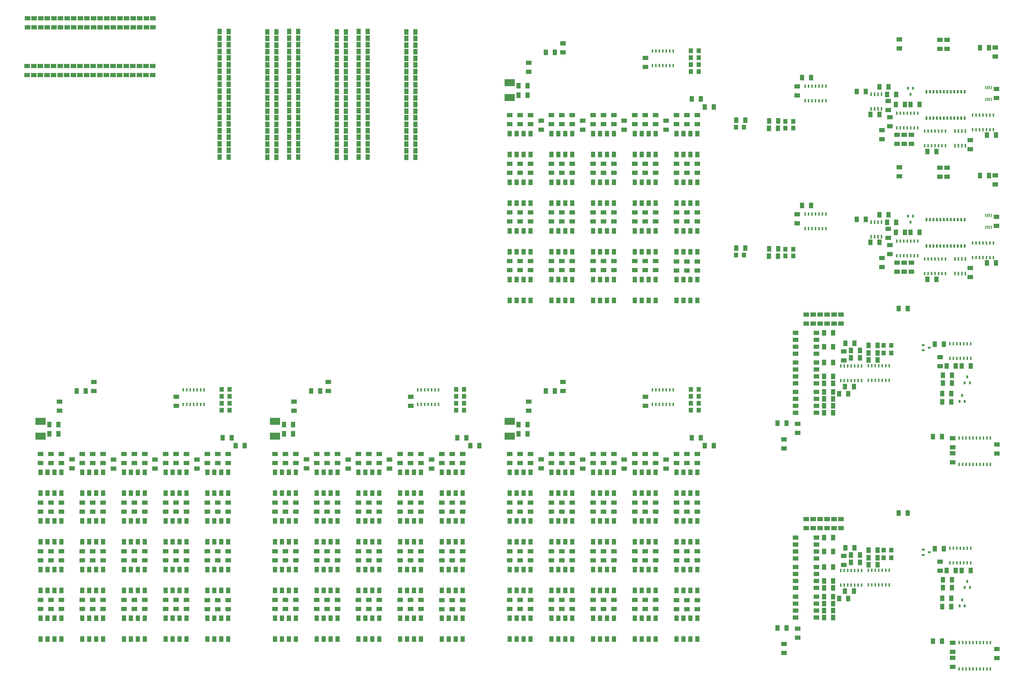
<source format=gtp>
G75*
G70*
%OFA0B0*%
%FSLAX25Y25*%
%IPPOS*%
%LPD*%
%AMOC8*
5,1,8,0,0,1.08239X$1,22.5*
%
%ADD100R,0.02000X0.04500*%
%ADD104C,0.00591*%
%ADD113R,0.03940X0.03150*%
%ADD115R,0.08000X0.06000*%
%ADD32R,0.14760X0.10040*%
%ADD36R,0.02360X0.05510*%
%ADD37R,0.01500X0.05000*%
%ADD55R,0.02000X0.05000*%
%ADD81R,0.03000X0.05000*%
%ADD85R,0.06000X0.08000*%
%ADD89R,0.03150X0.03940*%
%ADD90R,0.06290X0.07090*%
X0010000Y0010000D02*
G01*
D104*
D115*
X0050620Y0354630D03*
X0050620Y0341630D03*
X0065620Y0271630D03*
X0065620Y0284630D03*
X0050620Y0144630D03*
X0050620Y0131630D03*
X0035620Y0144630D03*
X0035620Y0131630D03*
X0125620Y0271630D03*
X0125620Y0284630D03*
X0125620Y0201630D03*
X0125620Y0214630D03*
X0095620Y0144630D03*
X0095620Y0131630D03*
X0035620Y0284630D03*
X0035620Y0271630D03*
X0065620Y0131630D03*
X0065620Y0144630D03*
X0065620Y0201630D03*
X0065620Y0214630D03*
X0035620Y0354630D03*
X0035620Y0341630D03*
X0290620Y0214630D03*
X0290620Y0201630D03*
X0290620Y0284630D03*
X0290620Y0271630D03*
X0035620Y0214630D03*
X0035620Y0201630D03*
X0050620Y0284630D03*
X0050620Y0271630D03*
X0050620Y0214630D03*
X0050620Y0201630D03*
X0110620Y0214630D03*
X0110620Y0201630D03*
X0170620Y0214630D03*
X0170620Y0201630D03*
X0170620Y0284630D03*
X0170620Y0271630D03*
X0230620Y0284630D03*
X0230620Y0271630D03*
X0230620Y0214630D03*
X0230620Y0201630D03*
X0110620Y0284630D03*
X0110620Y0271630D03*
X0170620Y0354630D03*
X0170620Y0341630D03*
X0155620Y0144630D03*
X0155620Y0131630D03*
X0245620Y0201630D03*
X0245620Y0214630D03*
X0245620Y0271630D03*
X0245620Y0284630D03*
X0245620Y0341630D03*
X0245620Y0354630D03*
X0275620Y0354630D03*
X0275620Y0341630D03*
X0305620Y0131130D03*
X0305620Y0144130D03*
X0275620Y0284630D03*
X0275620Y0271630D03*
X0290620Y0144130D03*
X0290620Y0131130D03*
X0215620Y0284630D03*
X0215620Y0271630D03*
X0215620Y0214630D03*
X0215620Y0201630D03*
X0185620Y0341630D03*
X0185620Y0354630D03*
X0185620Y0201630D03*
X0185620Y0214630D03*
X0230620Y0144630D03*
X0230620Y0131630D03*
X0215620Y0144630D03*
X0215620Y0131630D03*
X0185620Y0271630D03*
X0185620Y0284630D03*
X0215620Y0354630D03*
X0215620Y0341630D03*
X0245620Y0131630D03*
X0245620Y0144630D03*
X0230620Y0354630D03*
X0230620Y0341630D03*
X0275620Y0214630D03*
X0275620Y0201630D03*
X0290620Y0354630D03*
X0290620Y0341630D03*
X0275620Y0144130D03*
X0275620Y0131130D03*
X0305620Y0201630D03*
X0305620Y0214630D03*
X0305620Y0341630D03*
X0305620Y0354630D03*
X0305620Y0271630D03*
X0305620Y0284630D03*
X0110620Y0144630D03*
X0110620Y0131630D03*
X0095620Y0354630D03*
X0095620Y0341630D03*
X0065620Y0341630D03*
X0065620Y0354630D03*
X0170620Y0144630D03*
X0170620Y0131630D03*
X0155620Y0284630D03*
X0155620Y0271630D03*
X0095620Y0214630D03*
X0095620Y0201630D03*
X0095620Y0284630D03*
X0095620Y0271630D03*
X0110620Y0354630D03*
X0110620Y0341630D03*
X0185620Y0131630D03*
X0185620Y0144630D03*
X0155620Y0214630D03*
X0155620Y0201630D03*
X0155620Y0354630D03*
X0155620Y0341630D03*
X0125620Y0341630D03*
X0125620Y0354630D03*
X0125620Y0131630D03*
X0125620Y0144630D03*
D85*
X0125620Y0328130D03*
X0115620Y0328130D03*
X0105620Y0328130D03*
X0095620Y0328130D03*
X0095620Y0298130D03*
X0105620Y0298130D03*
X0115620Y0298130D03*
X0125620Y0298130D03*
X0065620Y0188130D03*
X0055620Y0188130D03*
X0045620Y0188130D03*
X0035620Y0188130D03*
X0035620Y0158130D03*
X0045620Y0158130D03*
X0055620Y0158130D03*
X0065620Y0158130D03*
X0185620Y0118130D03*
X0175620Y0118130D03*
X0165620Y0118130D03*
X0155620Y0118130D03*
X0155620Y0088130D03*
X0165620Y0088130D03*
X0175620Y0088130D03*
X0185620Y0088130D03*
X0245620Y0328130D03*
X0235620Y0328130D03*
X0225620Y0328130D03*
X0215620Y0328130D03*
X0215620Y0298130D03*
X0225620Y0298130D03*
X0235620Y0298130D03*
X0245620Y0298130D03*
X0185620Y0328130D03*
X0175620Y0328130D03*
X0165620Y0328130D03*
X0155620Y0328130D03*
X0155620Y0298130D03*
X0165620Y0298130D03*
X0175620Y0298130D03*
X0185620Y0298130D03*
X0065620Y0258130D03*
X0055620Y0258130D03*
X0045620Y0258130D03*
X0035620Y0258130D03*
X0035620Y0228130D03*
X0045620Y0228130D03*
X0055620Y0228130D03*
X0065620Y0228130D03*
X0185620Y0188130D03*
X0175620Y0188130D03*
X0165620Y0188130D03*
X0155620Y0188130D03*
X0155620Y0158130D03*
X0165620Y0158130D03*
X0175620Y0158130D03*
X0185620Y0158130D03*
X0065620Y0328130D03*
X0055620Y0328130D03*
X0045620Y0328130D03*
X0035620Y0328130D03*
X0035620Y0298130D03*
X0045620Y0298130D03*
X0055620Y0298130D03*
X0065620Y0298130D03*
X0245620Y0188130D03*
X0235620Y0188130D03*
X0225620Y0188130D03*
X0215620Y0188130D03*
X0215620Y0158130D03*
X0225620Y0158130D03*
X0235620Y0158130D03*
X0245620Y0158130D03*
X0245620Y0118130D03*
X0235620Y0118130D03*
X0225620Y0118130D03*
X0215620Y0118130D03*
X0215620Y0088130D03*
X0225620Y0088130D03*
X0235620Y0088130D03*
X0245620Y0088130D03*
X0305620Y0118130D03*
X0295620Y0118130D03*
X0285620Y0118130D03*
X0275620Y0118130D03*
X0275620Y0088130D03*
X0285620Y0088130D03*
X0295620Y0088130D03*
X0305620Y0088130D03*
X0245620Y0258130D03*
X0235620Y0258130D03*
X0225620Y0258130D03*
X0215620Y0258130D03*
X0215620Y0228130D03*
X0225620Y0228130D03*
X0235620Y0228130D03*
X0245620Y0228130D03*
X0125620Y0188130D03*
X0115620Y0188130D03*
X0105620Y0188130D03*
X0095620Y0188130D03*
X0095620Y0158130D03*
X0105620Y0158130D03*
X0115620Y0158130D03*
X0125620Y0158130D03*
X0305620Y0328130D03*
X0295620Y0328130D03*
X0285620Y0328130D03*
X0275620Y0328130D03*
X0275620Y0298130D03*
X0285620Y0298130D03*
X0295620Y0298130D03*
X0305620Y0298130D03*
X0125620Y0258130D03*
X0115620Y0258130D03*
X0105620Y0258130D03*
X0095620Y0258130D03*
X0095620Y0228130D03*
X0105620Y0228130D03*
X0115620Y0228130D03*
X0125620Y0228130D03*
X0305620Y0258130D03*
X0295620Y0258130D03*
X0285620Y0258130D03*
X0275620Y0258130D03*
X0275620Y0228130D03*
X0285620Y0228130D03*
X0295620Y0228130D03*
X0305620Y0228130D03*
X0125620Y0118130D03*
X0115620Y0118130D03*
X0105620Y0118130D03*
X0095620Y0118130D03*
X0095620Y0088130D03*
X0105620Y0088130D03*
X0115620Y0088130D03*
X0125620Y0088130D03*
X0305620Y0188130D03*
X0295620Y0188130D03*
X0285620Y0188130D03*
X0275620Y0188130D03*
X0275620Y0158130D03*
X0285620Y0158130D03*
X0295620Y0158130D03*
X0305620Y0158130D03*
X0185620Y0258130D03*
X0175620Y0258130D03*
X0165620Y0258130D03*
X0155620Y0258130D03*
X0155620Y0228130D03*
X0165620Y0228130D03*
X0175620Y0228130D03*
X0185620Y0228130D03*
X0065620Y0118130D03*
X0055620Y0118130D03*
X0045620Y0118130D03*
X0035620Y0118130D03*
X0035620Y0088130D03*
X0045620Y0088130D03*
X0055620Y0088130D03*
X0065620Y0088130D03*
X0100620Y0445130D03*
X0087620Y0445130D03*
X0297750Y0378000D03*
X0310750Y0378000D03*
D32*
X0035620Y0401510D03*
X0035620Y0380250D03*
D100*
X0271000Y0447000D03*
X0266000Y0447000D03*
X0261000Y0447000D03*
X0256000Y0447000D03*
X0251000Y0447000D03*
X0246000Y0447000D03*
X0241000Y0447000D03*
X0241000Y0426000D03*
X0246000Y0426000D03*
X0251000Y0426000D03*
X0256000Y0426000D03*
X0261000Y0426000D03*
X0266000Y0426000D03*
X0271000Y0426000D03*
D115*
X0231000Y0424000D03*
X0231000Y0437000D03*
D90*
X0307590Y0437500D03*
X0296410Y0437500D03*
X0307590Y0427500D03*
X0296410Y0427500D03*
D115*
X0112300Y0458100D03*
X0112300Y0445100D03*
X0140900Y0346700D03*
X0140900Y0333700D03*
X0063000Y0417000D03*
X0063000Y0430000D03*
D85*
X0048500Y0383500D03*
X0061500Y0383500D03*
X0316500Y0366500D03*
X0329500Y0366500D03*
D115*
X0260850Y0346600D03*
X0260850Y0333600D03*
D85*
X0048500Y0397000D03*
X0061500Y0397000D03*
D115*
X0200400Y0346700D03*
X0200400Y0333700D03*
X0081050Y0346850D03*
X0081050Y0333850D03*
D90*
X0307590Y0417500D03*
X0296410Y0417500D03*
X0307590Y0447500D03*
X0296410Y0447500D03*
X0010000Y0497500D02*
G01*
D104*
X0287500Y0497500D02*
G01*
D104*
X0287500Y0775000D02*
G01*
D104*
D85*
X0306500Y0848500D03*
X0293500Y0848500D03*
X0306500Y0915000D03*
X0293500Y0915000D03*
X0362000Y0914500D03*
X0375000Y0914500D03*
X0306500Y0905500D03*
X0293500Y0905500D03*
X0362000Y0905000D03*
X0375000Y0905000D03*
X0306500Y0896000D03*
X0293500Y0896000D03*
X0362000Y0895500D03*
X0375000Y0895500D03*
X0306500Y0886500D03*
X0293500Y0886500D03*
X0362000Y0886000D03*
X0375000Y0886000D03*
X0306500Y0877000D03*
X0293500Y0877000D03*
X0362000Y0876500D03*
X0375000Y0876500D03*
X0306500Y0867500D03*
X0293500Y0867500D03*
X0362000Y0867000D03*
X0375000Y0867000D03*
X0306500Y0858000D03*
X0293500Y0858000D03*
X0362000Y0857500D03*
X0375000Y0857500D03*
X0362000Y0924000D03*
X0375000Y0924000D03*
X0362000Y0848000D03*
X0375000Y0848000D03*
X0306500Y0839000D03*
X0293500Y0839000D03*
X0362000Y0838500D03*
X0375000Y0838500D03*
X0306500Y0829500D03*
X0293500Y0829500D03*
X0362000Y0829000D03*
X0375000Y0829000D03*
X0306500Y0820000D03*
X0293500Y0820000D03*
X0362000Y0819500D03*
X0375000Y0819500D03*
X0306500Y0810500D03*
X0293500Y0810500D03*
X0362000Y0810000D03*
X0375000Y0810000D03*
X0306500Y0801000D03*
X0293500Y0801000D03*
X0362000Y0800500D03*
X0375000Y0800500D03*
X0306500Y0791500D03*
X0293500Y0791500D03*
X0362000Y0791000D03*
X0375000Y0791000D03*
X0306500Y0782000D03*
X0293500Y0782000D03*
X0362000Y0781500D03*
X0375000Y0781500D03*
X0306500Y0962500D03*
X0293500Y0962500D03*
X0362000Y0962000D03*
X0375000Y0962000D03*
X0306500Y0953000D03*
X0293500Y0953000D03*
X0362000Y0952500D03*
X0375000Y0952500D03*
X0306500Y0943500D03*
X0293500Y0943500D03*
X0362000Y0943000D03*
X0375000Y0943000D03*
X0306500Y0934000D03*
X0293500Y0934000D03*
X0362000Y0933500D03*
X0375000Y0933500D03*
X0306500Y0924500D03*
X0293500Y0924500D03*
X0347500Y0010000D02*
G01*
D104*
D115*
X0388120Y0354630D03*
X0388120Y0341630D03*
X0403120Y0271630D03*
X0403120Y0284630D03*
X0388120Y0144630D03*
X0388120Y0131630D03*
X0373120Y0144630D03*
X0373120Y0131630D03*
X0463120Y0271630D03*
X0463120Y0284630D03*
X0463120Y0201630D03*
X0463120Y0214630D03*
X0433120Y0144630D03*
X0433120Y0131630D03*
X0373120Y0284630D03*
X0373120Y0271630D03*
X0403120Y0131630D03*
X0403120Y0144630D03*
X0403120Y0201630D03*
X0403120Y0214630D03*
X0373120Y0354630D03*
X0373120Y0341630D03*
X0628120Y0214630D03*
X0628120Y0201630D03*
X0628120Y0284630D03*
X0628120Y0271630D03*
X0373120Y0214630D03*
X0373120Y0201630D03*
X0388120Y0284630D03*
X0388120Y0271630D03*
X0388120Y0214630D03*
X0388120Y0201630D03*
X0448120Y0214630D03*
X0448120Y0201630D03*
X0508120Y0214630D03*
X0508120Y0201630D03*
X0508120Y0284630D03*
X0508120Y0271630D03*
X0568120Y0284630D03*
X0568120Y0271630D03*
X0568120Y0214630D03*
X0568120Y0201630D03*
X0448120Y0284630D03*
X0448120Y0271630D03*
X0508120Y0354630D03*
X0508120Y0341630D03*
X0493120Y0144630D03*
X0493120Y0131630D03*
X0583120Y0201630D03*
X0583120Y0214630D03*
X0583120Y0271630D03*
X0583120Y0284630D03*
X0583120Y0341630D03*
X0583120Y0354630D03*
X0613120Y0354630D03*
X0613120Y0341630D03*
X0643120Y0131130D03*
X0643120Y0144130D03*
X0613120Y0284630D03*
X0613120Y0271630D03*
X0628120Y0144130D03*
X0628120Y0131130D03*
X0553120Y0284630D03*
X0553120Y0271630D03*
X0553120Y0214630D03*
X0553120Y0201630D03*
X0523120Y0341630D03*
X0523120Y0354630D03*
X0523120Y0201630D03*
X0523120Y0214630D03*
X0568120Y0144630D03*
X0568120Y0131630D03*
X0553120Y0144630D03*
X0553120Y0131630D03*
X0523120Y0271630D03*
X0523120Y0284630D03*
X0553120Y0354630D03*
X0553120Y0341630D03*
X0583120Y0131630D03*
X0583120Y0144630D03*
X0568120Y0354630D03*
X0568120Y0341630D03*
X0613120Y0214630D03*
X0613120Y0201630D03*
X0628120Y0354630D03*
X0628120Y0341630D03*
X0613120Y0144130D03*
X0613120Y0131130D03*
X0643120Y0201630D03*
X0643120Y0214630D03*
X0643120Y0341630D03*
X0643120Y0354630D03*
X0643120Y0271630D03*
X0643120Y0284630D03*
X0448120Y0144630D03*
X0448120Y0131630D03*
X0433120Y0354630D03*
X0433120Y0341630D03*
X0403120Y0341630D03*
X0403120Y0354630D03*
X0508120Y0144630D03*
X0508120Y0131630D03*
X0493120Y0284630D03*
X0493120Y0271630D03*
X0433120Y0214630D03*
X0433120Y0201630D03*
X0433120Y0284630D03*
X0433120Y0271630D03*
X0448120Y0354630D03*
X0448120Y0341630D03*
X0523120Y0131630D03*
X0523120Y0144630D03*
X0493120Y0214630D03*
X0493120Y0201630D03*
X0493120Y0354630D03*
X0493120Y0341630D03*
X0463120Y0341630D03*
X0463120Y0354630D03*
X0463120Y0131630D03*
X0463120Y0144630D03*
D85*
X0463120Y0328130D03*
X0453120Y0328130D03*
X0443120Y0328130D03*
X0433120Y0328130D03*
X0433120Y0298130D03*
X0443120Y0298130D03*
X0453120Y0298130D03*
X0463120Y0298130D03*
X0403120Y0188130D03*
X0393120Y0188130D03*
X0383120Y0188130D03*
X0373120Y0188130D03*
X0373120Y0158130D03*
X0383120Y0158130D03*
X0393120Y0158130D03*
X0403120Y0158130D03*
X0523120Y0118130D03*
X0513120Y0118130D03*
X0503120Y0118130D03*
X0493120Y0118130D03*
X0493120Y0088130D03*
X0503120Y0088130D03*
X0513120Y0088130D03*
X0523120Y0088130D03*
X0583120Y0328130D03*
X0573120Y0328130D03*
X0563120Y0328130D03*
X0553120Y0328130D03*
X0553120Y0298130D03*
X0563120Y0298130D03*
X0573120Y0298130D03*
X0583120Y0298130D03*
X0523120Y0328130D03*
X0513120Y0328130D03*
X0503120Y0328130D03*
X0493120Y0328130D03*
X0493120Y0298130D03*
X0503120Y0298130D03*
X0513120Y0298130D03*
X0523120Y0298130D03*
X0403120Y0258130D03*
X0393120Y0258130D03*
X0383120Y0258130D03*
X0373120Y0258130D03*
X0373120Y0228130D03*
X0383120Y0228130D03*
X0393120Y0228130D03*
X0403120Y0228130D03*
X0523120Y0188130D03*
X0513120Y0188130D03*
X0503120Y0188130D03*
X0493120Y0188130D03*
X0493120Y0158130D03*
X0503120Y0158130D03*
X0513120Y0158130D03*
X0523120Y0158130D03*
X0403120Y0328130D03*
X0393120Y0328130D03*
X0383120Y0328130D03*
X0373120Y0328130D03*
X0373120Y0298130D03*
X0383120Y0298130D03*
X0393120Y0298130D03*
X0403120Y0298130D03*
X0583120Y0188130D03*
X0573120Y0188130D03*
X0563120Y0188130D03*
X0553120Y0188130D03*
X0553120Y0158130D03*
X0563120Y0158130D03*
X0573120Y0158130D03*
X0583120Y0158130D03*
X0583120Y0118130D03*
X0573120Y0118130D03*
X0563120Y0118130D03*
X0553120Y0118130D03*
X0553120Y0088130D03*
X0563120Y0088130D03*
X0573120Y0088130D03*
X0583120Y0088130D03*
X0643120Y0118130D03*
X0633120Y0118130D03*
X0623120Y0118130D03*
X0613120Y0118130D03*
X0613120Y0088130D03*
X0623120Y0088130D03*
X0633120Y0088130D03*
X0643120Y0088130D03*
X0583120Y0258130D03*
X0573120Y0258130D03*
X0563120Y0258130D03*
X0553120Y0258130D03*
X0553120Y0228130D03*
X0563120Y0228130D03*
X0573120Y0228130D03*
X0583120Y0228130D03*
X0463120Y0188130D03*
X0453120Y0188130D03*
X0443120Y0188130D03*
X0433120Y0188130D03*
X0433120Y0158130D03*
X0443120Y0158130D03*
X0453120Y0158130D03*
X0463120Y0158130D03*
X0643120Y0328130D03*
X0633120Y0328130D03*
X0623120Y0328130D03*
X0613120Y0328130D03*
X0613120Y0298130D03*
X0623120Y0298130D03*
X0633120Y0298130D03*
X0643120Y0298130D03*
X0463120Y0258130D03*
X0453120Y0258130D03*
X0443120Y0258130D03*
X0433120Y0258130D03*
X0433120Y0228130D03*
X0443120Y0228130D03*
X0453120Y0228130D03*
X0463120Y0228130D03*
X0643120Y0258130D03*
X0633120Y0258130D03*
X0623120Y0258130D03*
X0613120Y0258130D03*
X0613120Y0228130D03*
X0623120Y0228130D03*
X0633120Y0228130D03*
X0643120Y0228130D03*
X0463120Y0118130D03*
X0453120Y0118130D03*
X0443120Y0118130D03*
X0433120Y0118130D03*
X0433120Y0088130D03*
X0443120Y0088130D03*
X0453120Y0088130D03*
X0463120Y0088130D03*
X0643120Y0188130D03*
X0633120Y0188130D03*
X0623120Y0188130D03*
X0613120Y0188130D03*
X0613120Y0158130D03*
X0623120Y0158130D03*
X0633120Y0158130D03*
X0643120Y0158130D03*
X0523120Y0258130D03*
X0513120Y0258130D03*
X0503120Y0258130D03*
X0493120Y0258130D03*
X0493120Y0228130D03*
X0503120Y0228130D03*
X0513120Y0228130D03*
X0523120Y0228130D03*
X0403120Y0118130D03*
X0393120Y0118130D03*
X0383120Y0118130D03*
X0373120Y0118130D03*
X0373120Y0088130D03*
X0383120Y0088130D03*
X0393120Y0088130D03*
X0403120Y0088130D03*
X0438120Y0445130D03*
X0425120Y0445130D03*
X0635250Y0378000D03*
X0648250Y0378000D03*
D32*
X0373120Y0401510D03*
X0373120Y0380250D03*
D100*
X0608500Y0447000D03*
X0603500Y0447000D03*
X0598500Y0447000D03*
X0593500Y0447000D03*
X0588500Y0447000D03*
X0583500Y0447000D03*
X0578500Y0447000D03*
X0578500Y0426000D03*
X0583500Y0426000D03*
X0588500Y0426000D03*
X0593500Y0426000D03*
X0598500Y0426000D03*
X0603500Y0426000D03*
X0608500Y0426000D03*
D115*
X0568500Y0424000D03*
X0568500Y0437000D03*
D90*
X0645090Y0437500D03*
X0633910Y0437500D03*
X0645090Y0427500D03*
X0633910Y0427500D03*
D115*
X0449800Y0458100D03*
X0449800Y0445100D03*
X0478400Y0346700D03*
X0478400Y0333700D03*
X0400500Y0417000D03*
X0400500Y0430000D03*
D85*
X0386000Y0383500D03*
X0399000Y0383500D03*
X0654000Y0366500D03*
X0667000Y0366500D03*
D115*
X0598350Y0346600D03*
X0598350Y0333600D03*
D85*
X0386000Y0397000D03*
X0399000Y0397000D03*
D115*
X0537900Y0346700D03*
X0537900Y0333700D03*
X0418550Y0346850D03*
X0418550Y0333850D03*
D90*
X0645090Y0417500D03*
X0633910Y0417500D03*
X0645090Y0447500D03*
X0633910Y0447500D03*
X0387500Y0775000D02*
G01*
D104*
D85*
X0406500Y0848500D03*
X0393500Y0848500D03*
X0406500Y0915000D03*
X0393500Y0915000D03*
X0462000Y0914500D03*
X0475000Y0914500D03*
X0406500Y0905500D03*
X0393500Y0905500D03*
X0462000Y0905000D03*
X0475000Y0905000D03*
X0406500Y0896000D03*
X0393500Y0896000D03*
X0462000Y0895500D03*
X0475000Y0895500D03*
X0406500Y0886500D03*
X0393500Y0886500D03*
X0462000Y0886000D03*
X0475000Y0886000D03*
X0406500Y0877000D03*
X0393500Y0877000D03*
X0462000Y0876500D03*
X0475000Y0876500D03*
X0406500Y0867500D03*
X0393500Y0867500D03*
X0462000Y0867000D03*
X0475000Y0867000D03*
X0406500Y0858000D03*
X0393500Y0858000D03*
X0462000Y0857500D03*
X0475000Y0857500D03*
X0462000Y0924000D03*
X0475000Y0924000D03*
X0462000Y0848000D03*
X0475000Y0848000D03*
X0406500Y0839000D03*
X0393500Y0839000D03*
X0462000Y0838500D03*
X0475000Y0838500D03*
X0406500Y0829500D03*
X0393500Y0829500D03*
X0462000Y0829000D03*
X0475000Y0829000D03*
X0406500Y0820000D03*
X0393500Y0820000D03*
X0462000Y0819500D03*
X0475000Y0819500D03*
X0406500Y0810500D03*
X0393500Y0810500D03*
X0462000Y0810000D03*
X0475000Y0810000D03*
X0406500Y0801000D03*
X0393500Y0801000D03*
X0462000Y0800500D03*
X0475000Y0800500D03*
X0406500Y0791500D03*
X0393500Y0791500D03*
X0462000Y0791000D03*
X0475000Y0791000D03*
X0406500Y0782000D03*
X0393500Y0782000D03*
X0462000Y0781500D03*
X0475000Y0781500D03*
X0406500Y0962500D03*
X0393500Y0962500D03*
X0462000Y0962000D03*
X0475000Y0962000D03*
X0406500Y0953000D03*
X0393500Y0953000D03*
X0462000Y0952500D03*
X0475000Y0952500D03*
X0406500Y0943500D03*
X0393500Y0943500D03*
X0462000Y0943000D03*
X0475000Y0943000D03*
X0406500Y0934000D03*
X0393500Y0934000D03*
X0462000Y0933500D03*
X0475000Y0933500D03*
X0406500Y0924500D03*
X0393500Y0924500D03*
X0685000Y0010000D02*
G01*
D104*
D115*
X0725620Y0354630D03*
X0725620Y0341630D03*
X0740620Y0271630D03*
X0740620Y0284630D03*
X0725620Y0144630D03*
X0725620Y0131630D03*
X0710620Y0144630D03*
X0710620Y0131630D03*
X0800620Y0271630D03*
X0800620Y0284630D03*
X0800620Y0201630D03*
X0800620Y0214630D03*
X0770620Y0144630D03*
X0770620Y0131630D03*
X0710620Y0284630D03*
X0710620Y0271630D03*
X0740620Y0131630D03*
X0740620Y0144630D03*
X0740620Y0201630D03*
X0740620Y0214630D03*
X0710620Y0354630D03*
X0710620Y0341630D03*
X0965620Y0214630D03*
X0965620Y0201630D03*
X0965620Y0284630D03*
X0965620Y0271630D03*
X0710620Y0214630D03*
X0710620Y0201630D03*
X0725620Y0284630D03*
X0725620Y0271630D03*
X0725620Y0214630D03*
X0725620Y0201630D03*
X0785620Y0214630D03*
X0785620Y0201630D03*
X0845620Y0214630D03*
X0845620Y0201630D03*
X0845620Y0284630D03*
X0845620Y0271630D03*
X0905620Y0284630D03*
X0905620Y0271630D03*
X0905620Y0214630D03*
X0905620Y0201630D03*
X0785620Y0284630D03*
X0785620Y0271630D03*
X0845620Y0354630D03*
X0845620Y0341630D03*
X0830620Y0144630D03*
X0830620Y0131630D03*
X0920620Y0201630D03*
X0920620Y0214630D03*
X0920620Y0271630D03*
X0920620Y0284630D03*
X0920620Y0341630D03*
X0920620Y0354630D03*
X0950620Y0354630D03*
X0950620Y0341630D03*
X0980620Y0131130D03*
X0980620Y0144130D03*
X0950620Y0284630D03*
X0950620Y0271630D03*
X0965620Y0144130D03*
X0965620Y0131130D03*
X0890620Y0284630D03*
X0890620Y0271630D03*
X0890620Y0214630D03*
X0890620Y0201630D03*
X0860620Y0341630D03*
X0860620Y0354630D03*
X0860620Y0201630D03*
X0860620Y0214630D03*
X0905620Y0144630D03*
X0905620Y0131630D03*
X0890620Y0144630D03*
X0890620Y0131630D03*
X0860620Y0271630D03*
X0860620Y0284630D03*
X0890620Y0354630D03*
X0890620Y0341630D03*
X0920620Y0131630D03*
X0920620Y0144630D03*
X0905620Y0354630D03*
X0905620Y0341630D03*
X0950620Y0214630D03*
X0950620Y0201630D03*
X0965620Y0354630D03*
X0965620Y0341630D03*
X0950620Y0144130D03*
X0950620Y0131130D03*
X0980620Y0201630D03*
X0980620Y0214630D03*
X0980620Y0341630D03*
X0980620Y0354630D03*
X0980620Y0271630D03*
X0980620Y0284630D03*
X0785620Y0144630D03*
X0785620Y0131630D03*
X0770620Y0354630D03*
X0770620Y0341630D03*
X0740620Y0341630D03*
X0740620Y0354630D03*
X0845620Y0144630D03*
X0845620Y0131630D03*
X0830620Y0284630D03*
X0830620Y0271630D03*
X0770620Y0214630D03*
X0770620Y0201630D03*
X0770620Y0284630D03*
X0770620Y0271630D03*
X0785620Y0354630D03*
X0785620Y0341630D03*
X0860620Y0131630D03*
X0860620Y0144630D03*
X0830620Y0214630D03*
X0830620Y0201630D03*
X0830620Y0354630D03*
X0830620Y0341630D03*
X0800620Y0341630D03*
X0800620Y0354630D03*
X0800620Y0131630D03*
X0800620Y0144630D03*
D85*
X0800620Y0328130D03*
X0790620Y0328130D03*
X0780620Y0328130D03*
X0770620Y0328130D03*
X0770620Y0298130D03*
X0780620Y0298130D03*
X0790620Y0298130D03*
X0800620Y0298130D03*
X0740620Y0188130D03*
X0730620Y0188130D03*
X0720620Y0188130D03*
X0710620Y0188130D03*
X0710620Y0158130D03*
X0720620Y0158130D03*
X0730620Y0158130D03*
X0740620Y0158130D03*
X0860620Y0118130D03*
X0850620Y0118130D03*
X0840620Y0118130D03*
X0830620Y0118130D03*
X0830620Y0088130D03*
X0840620Y0088130D03*
X0850620Y0088130D03*
X0860620Y0088130D03*
X0920620Y0328130D03*
X0910620Y0328130D03*
X0900620Y0328130D03*
X0890620Y0328130D03*
X0890620Y0298130D03*
X0900620Y0298130D03*
X0910620Y0298130D03*
X0920620Y0298130D03*
X0860620Y0328130D03*
X0850620Y0328130D03*
X0840620Y0328130D03*
X0830620Y0328130D03*
X0830620Y0298130D03*
X0840620Y0298130D03*
X0850620Y0298130D03*
X0860620Y0298130D03*
X0740620Y0258130D03*
X0730620Y0258130D03*
X0720620Y0258130D03*
X0710620Y0258130D03*
X0710620Y0228130D03*
X0720620Y0228130D03*
X0730620Y0228130D03*
X0740620Y0228130D03*
X0860620Y0188130D03*
X0850620Y0188130D03*
X0840620Y0188130D03*
X0830620Y0188130D03*
X0830620Y0158130D03*
X0840620Y0158130D03*
X0850620Y0158130D03*
X0860620Y0158130D03*
X0740620Y0328130D03*
X0730620Y0328130D03*
X0720620Y0328130D03*
X0710620Y0328130D03*
X0710620Y0298130D03*
X0720620Y0298130D03*
X0730620Y0298130D03*
X0740620Y0298130D03*
X0920620Y0188130D03*
X0910620Y0188130D03*
X0900620Y0188130D03*
X0890620Y0188130D03*
X0890620Y0158130D03*
X0900620Y0158130D03*
X0910620Y0158130D03*
X0920620Y0158130D03*
X0920620Y0118130D03*
X0910620Y0118130D03*
X0900620Y0118130D03*
X0890620Y0118130D03*
X0890620Y0088130D03*
X0900620Y0088130D03*
X0910620Y0088130D03*
X0920620Y0088130D03*
X0980620Y0118130D03*
X0970620Y0118130D03*
X0960620Y0118130D03*
X0950620Y0118130D03*
X0950620Y0088130D03*
X0960620Y0088130D03*
X0970620Y0088130D03*
X0980620Y0088130D03*
X0920620Y0258130D03*
X0910620Y0258130D03*
X0900620Y0258130D03*
X0890620Y0258130D03*
X0890620Y0228130D03*
X0900620Y0228130D03*
X0910620Y0228130D03*
X0920620Y0228130D03*
X0800620Y0188130D03*
X0790620Y0188130D03*
X0780620Y0188130D03*
X0770620Y0188130D03*
X0770620Y0158130D03*
X0780620Y0158130D03*
X0790620Y0158130D03*
X0800620Y0158130D03*
X0980620Y0328130D03*
X0970620Y0328130D03*
X0960620Y0328130D03*
X0950620Y0328130D03*
X0950620Y0298130D03*
X0960620Y0298130D03*
X0970620Y0298130D03*
X0980620Y0298130D03*
X0800620Y0258130D03*
X0790620Y0258130D03*
X0780620Y0258130D03*
X0770620Y0258130D03*
X0770620Y0228130D03*
X0780620Y0228130D03*
X0790620Y0228130D03*
X0800620Y0228130D03*
X0980620Y0258130D03*
X0970620Y0258130D03*
X0960620Y0258130D03*
X0950620Y0258130D03*
X0950620Y0228130D03*
X0960620Y0228130D03*
X0970620Y0228130D03*
X0980620Y0228130D03*
X0800620Y0118130D03*
X0790620Y0118130D03*
X0780620Y0118130D03*
X0770620Y0118130D03*
X0770620Y0088130D03*
X0780620Y0088130D03*
X0790620Y0088130D03*
X0800620Y0088130D03*
X0980620Y0188130D03*
X0970620Y0188130D03*
X0960620Y0188130D03*
X0950620Y0188130D03*
X0950620Y0158130D03*
X0960620Y0158130D03*
X0970620Y0158130D03*
X0980620Y0158130D03*
X0860620Y0258130D03*
X0850620Y0258130D03*
X0840620Y0258130D03*
X0830620Y0258130D03*
X0830620Y0228130D03*
X0840620Y0228130D03*
X0850620Y0228130D03*
X0860620Y0228130D03*
X0740620Y0118130D03*
X0730620Y0118130D03*
X0720620Y0118130D03*
X0710620Y0118130D03*
X0710620Y0088130D03*
X0720620Y0088130D03*
X0730620Y0088130D03*
X0740620Y0088130D03*
X0775620Y0445130D03*
X0762620Y0445130D03*
X0972750Y0378000D03*
X0985750Y0378000D03*
D32*
X0710620Y0401510D03*
X0710620Y0380250D03*
D100*
X0946000Y0447000D03*
X0941000Y0447000D03*
X0936000Y0447000D03*
X0931000Y0447000D03*
X0926000Y0447000D03*
X0921000Y0447000D03*
X0916000Y0447000D03*
X0916000Y0426000D03*
X0921000Y0426000D03*
X0926000Y0426000D03*
X0931000Y0426000D03*
X0936000Y0426000D03*
X0941000Y0426000D03*
X0946000Y0426000D03*
D115*
X0906000Y0424000D03*
X0906000Y0437000D03*
D90*
X0982590Y0437500D03*
X0971410Y0437500D03*
X0982590Y0427500D03*
X0971410Y0427500D03*
D115*
X0787300Y0458100D03*
X0787300Y0445100D03*
X0815900Y0346700D03*
X0815900Y0333700D03*
X0738000Y0417000D03*
X0738000Y0430000D03*
D85*
X0723500Y0383500D03*
X0736500Y0383500D03*
X0991500Y0366500D03*
X1004500Y0366500D03*
D115*
X0935850Y0346600D03*
X0935850Y0333600D03*
D85*
X0723500Y0397000D03*
X0736500Y0397000D03*
D115*
X0875400Y0346700D03*
X0875400Y0333700D03*
X0756050Y0346850D03*
X0756050Y0333850D03*
D90*
X0982590Y0417500D03*
X0971410Y0417500D03*
X0982590Y0447500D03*
X0971410Y0447500D03*
X0685000Y0497500D02*
G01*
D104*
D115*
X0725620Y0842130D03*
X0725620Y0829130D03*
X0740620Y0759130D03*
X0740620Y0772130D03*
X0725620Y0632130D03*
X0725620Y0619130D03*
X0710620Y0632130D03*
X0710620Y0619130D03*
X0800620Y0759130D03*
X0800620Y0772130D03*
X0800620Y0689130D03*
X0800620Y0702130D03*
X0770620Y0632130D03*
X0770620Y0619130D03*
X0710620Y0772130D03*
X0710620Y0759130D03*
X0740620Y0619130D03*
X0740620Y0632130D03*
X0740620Y0689130D03*
X0740620Y0702130D03*
X0710620Y0842130D03*
X0710620Y0829130D03*
X0965620Y0702130D03*
X0965620Y0689130D03*
X0965620Y0772130D03*
X0965620Y0759130D03*
X0710620Y0702130D03*
X0710620Y0689130D03*
X0725620Y0772130D03*
X0725620Y0759130D03*
X0725620Y0702130D03*
X0725620Y0689130D03*
X0785620Y0702130D03*
X0785620Y0689130D03*
X0845620Y0702130D03*
X0845620Y0689130D03*
X0845620Y0772130D03*
X0845620Y0759130D03*
X0905620Y0772130D03*
X0905620Y0759130D03*
X0905620Y0702130D03*
X0905620Y0689130D03*
X0785620Y0772130D03*
X0785620Y0759130D03*
X0845620Y0842130D03*
X0845620Y0829130D03*
X0830620Y0632130D03*
X0830620Y0619130D03*
X0920620Y0689130D03*
X0920620Y0702130D03*
X0920620Y0759130D03*
X0920620Y0772130D03*
X0920620Y0829130D03*
X0920620Y0842130D03*
X0950620Y0842130D03*
X0950620Y0829130D03*
X0980620Y0618630D03*
X0980620Y0631630D03*
X0950620Y0772130D03*
X0950620Y0759130D03*
X0965620Y0631630D03*
X0965620Y0618630D03*
X0890620Y0772130D03*
X0890620Y0759130D03*
X0890620Y0702130D03*
X0890620Y0689130D03*
X0860620Y0829130D03*
X0860620Y0842130D03*
X0860620Y0689130D03*
X0860620Y0702130D03*
X0905620Y0632130D03*
X0905620Y0619130D03*
X0890620Y0632130D03*
X0890620Y0619130D03*
X0860620Y0759130D03*
X0860620Y0772130D03*
X0890620Y0842130D03*
X0890620Y0829130D03*
X0920620Y0619130D03*
X0920620Y0632130D03*
X0905620Y0842130D03*
X0905620Y0829130D03*
X0950620Y0702130D03*
X0950620Y0689130D03*
X0965620Y0842130D03*
X0965620Y0829130D03*
X0950620Y0631630D03*
X0950620Y0618630D03*
X0980620Y0689130D03*
X0980620Y0702130D03*
X0980620Y0829130D03*
X0980620Y0842130D03*
X0980620Y0759130D03*
X0980620Y0772130D03*
X0785620Y0632130D03*
X0785620Y0619130D03*
X0770620Y0842130D03*
X0770620Y0829130D03*
X0740620Y0829130D03*
X0740620Y0842130D03*
X0845620Y0632130D03*
X0845620Y0619130D03*
X0830620Y0772130D03*
X0830620Y0759130D03*
X0770620Y0702130D03*
X0770620Y0689130D03*
X0770620Y0772130D03*
X0770620Y0759130D03*
X0785620Y0842130D03*
X0785620Y0829130D03*
X0860620Y0619130D03*
X0860620Y0632130D03*
X0830620Y0702130D03*
X0830620Y0689130D03*
X0830620Y0842130D03*
X0830620Y0829130D03*
X0800620Y0829130D03*
X0800620Y0842130D03*
X0800620Y0619130D03*
X0800620Y0632130D03*
D85*
X0800620Y0815630D03*
X0790620Y0815630D03*
X0780620Y0815630D03*
X0770620Y0815630D03*
X0770620Y0785630D03*
X0780620Y0785630D03*
X0790620Y0785630D03*
X0800620Y0785630D03*
X0740620Y0675630D03*
X0730620Y0675630D03*
X0720620Y0675630D03*
X0710620Y0675630D03*
X0710620Y0645630D03*
X0720620Y0645630D03*
X0730620Y0645630D03*
X0740620Y0645630D03*
X0860620Y0605630D03*
X0850620Y0605630D03*
X0840620Y0605630D03*
X0830620Y0605630D03*
X0830620Y0575630D03*
X0840620Y0575630D03*
X0850620Y0575630D03*
X0860620Y0575630D03*
X0920620Y0815630D03*
X0910620Y0815630D03*
X0900620Y0815630D03*
X0890620Y0815630D03*
X0890620Y0785630D03*
X0900620Y0785630D03*
X0910620Y0785630D03*
X0920620Y0785630D03*
X0860620Y0815630D03*
X0850620Y0815630D03*
X0840620Y0815630D03*
X0830620Y0815630D03*
X0830620Y0785630D03*
X0840620Y0785630D03*
X0850620Y0785630D03*
X0860620Y0785630D03*
X0740620Y0745630D03*
X0730620Y0745630D03*
X0720620Y0745630D03*
X0710620Y0745630D03*
X0710620Y0715630D03*
X0720620Y0715630D03*
X0730620Y0715630D03*
X0740620Y0715630D03*
X0860620Y0675630D03*
X0850620Y0675630D03*
X0840620Y0675630D03*
X0830620Y0675630D03*
X0830620Y0645630D03*
X0840620Y0645630D03*
X0850620Y0645630D03*
X0860620Y0645630D03*
X0740620Y0815630D03*
X0730620Y0815630D03*
X0720620Y0815630D03*
X0710620Y0815630D03*
X0710620Y0785630D03*
X0720620Y0785630D03*
X0730620Y0785630D03*
X0740620Y0785630D03*
X0920620Y0675630D03*
X0910620Y0675630D03*
X0900620Y0675630D03*
X0890620Y0675630D03*
X0890620Y0645630D03*
X0900620Y0645630D03*
X0910620Y0645630D03*
X0920620Y0645630D03*
X0920620Y0605630D03*
X0910620Y0605630D03*
X0900620Y0605630D03*
X0890620Y0605630D03*
X0890620Y0575630D03*
X0900620Y0575630D03*
X0910620Y0575630D03*
X0920620Y0575630D03*
X0980620Y0605630D03*
X0970620Y0605630D03*
X0960620Y0605630D03*
X0950620Y0605630D03*
X0950620Y0575630D03*
X0960620Y0575630D03*
X0970620Y0575630D03*
X0980620Y0575630D03*
X0920620Y0745630D03*
X0910620Y0745630D03*
X0900620Y0745630D03*
X0890620Y0745630D03*
X0890620Y0715630D03*
X0900620Y0715630D03*
X0910620Y0715630D03*
X0920620Y0715630D03*
X0800620Y0675630D03*
X0790620Y0675630D03*
X0780620Y0675630D03*
X0770620Y0675630D03*
X0770620Y0645630D03*
X0780620Y0645630D03*
X0790620Y0645630D03*
X0800620Y0645630D03*
X0980620Y0815630D03*
X0970620Y0815630D03*
X0960620Y0815630D03*
X0950620Y0815630D03*
X0950620Y0785630D03*
X0960620Y0785630D03*
X0970620Y0785630D03*
X0980620Y0785630D03*
X0800620Y0745630D03*
X0790620Y0745630D03*
X0780620Y0745630D03*
X0770620Y0745630D03*
X0770620Y0715630D03*
X0780620Y0715630D03*
X0790620Y0715630D03*
X0800620Y0715630D03*
X0980620Y0745630D03*
X0970620Y0745630D03*
X0960620Y0745630D03*
X0950620Y0745630D03*
X0950620Y0715630D03*
X0960620Y0715630D03*
X0970620Y0715630D03*
X0980620Y0715630D03*
X0800620Y0605630D03*
X0790620Y0605630D03*
X0780620Y0605630D03*
X0770620Y0605630D03*
X0770620Y0575630D03*
X0780620Y0575630D03*
X0790620Y0575630D03*
X0800620Y0575630D03*
X0980620Y0675630D03*
X0970620Y0675630D03*
X0960620Y0675630D03*
X0950620Y0675630D03*
X0950620Y0645630D03*
X0960620Y0645630D03*
X0970620Y0645630D03*
X0980620Y0645630D03*
X0860620Y0745630D03*
X0850620Y0745630D03*
X0840620Y0745630D03*
X0830620Y0745630D03*
X0830620Y0715630D03*
X0840620Y0715630D03*
X0850620Y0715630D03*
X0860620Y0715630D03*
X0740620Y0605630D03*
X0730620Y0605630D03*
X0720620Y0605630D03*
X0710620Y0605630D03*
X0710620Y0575630D03*
X0720620Y0575630D03*
X0730620Y0575630D03*
X0740620Y0575630D03*
X0775620Y0932630D03*
X0762620Y0932630D03*
X0972750Y0865500D03*
X0985750Y0865500D03*
D32*
X0710620Y0889010D03*
X0710620Y0867750D03*
D100*
X0946000Y0934500D03*
X0941000Y0934500D03*
X0936000Y0934500D03*
X0931000Y0934500D03*
X0926000Y0934500D03*
X0921000Y0934500D03*
X0916000Y0934500D03*
X0916000Y0913500D03*
X0921000Y0913500D03*
X0926000Y0913500D03*
X0931000Y0913500D03*
X0936000Y0913500D03*
X0941000Y0913500D03*
X0946000Y0913500D03*
D115*
X0906000Y0911500D03*
X0906000Y0924500D03*
D90*
X0982590Y0925000D03*
X0971410Y0925000D03*
X0982590Y0915000D03*
X0971410Y0915000D03*
D115*
X0787300Y0945600D03*
X0787300Y0932600D03*
X0815900Y0834200D03*
X0815900Y0821200D03*
X0738000Y0904500D03*
X0738000Y0917500D03*
D85*
X0723500Y0871000D03*
X0736500Y0871000D03*
X0991500Y0854000D03*
X1004500Y0854000D03*
D115*
X0935850Y0834100D03*
X0935850Y0821100D03*
D85*
X0723500Y0884500D03*
X0736500Y0884500D03*
D115*
X0875400Y0834200D03*
X0875400Y0821200D03*
X0756050Y0834350D03*
X0756050Y0821350D03*
D90*
X0982590Y0905000D03*
X0971410Y0905000D03*
X0982590Y0935000D03*
X0971410Y0935000D03*
X0487500Y0775000D02*
G01*
D104*
D85*
X0506500Y0848500D03*
X0493500Y0848500D03*
X0506500Y0915000D03*
X0493500Y0915000D03*
X0562000Y0914500D03*
X0575000Y0914500D03*
X0506500Y0905500D03*
X0493500Y0905500D03*
X0562000Y0905000D03*
X0575000Y0905000D03*
X0506500Y0896000D03*
X0493500Y0896000D03*
X0562000Y0895500D03*
X0575000Y0895500D03*
X0506500Y0886500D03*
X0493500Y0886500D03*
X0562000Y0886000D03*
X0575000Y0886000D03*
X0506500Y0877000D03*
X0493500Y0877000D03*
X0562000Y0876500D03*
X0575000Y0876500D03*
X0506500Y0867500D03*
X0493500Y0867500D03*
X0562000Y0867000D03*
X0575000Y0867000D03*
X0506500Y0858000D03*
X0493500Y0858000D03*
X0562000Y0857500D03*
X0575000Y0857500D03*
X0562000Y0924000D03*
X0575000Y0924000D03*
X0562000Y0848000D03*
X0575000Y0848000D03*
X0506500Y0839000D03*
X0493500Y0839000D03*
X0562000Y0838500D03*
X0575000Y0838500D03*
X0506500Y0829500D03*
X0493500Y0829500D03*
X0562000Y0829000D03*
X0575000Y0829000D03*
X0506500Y0820000D03*
X0493500Y0820000D03*
X0562000Y0819500D03*
X0575000Y0819500D03*
X0506500Y0810500D03*
X0493500Y0810500D03*
X0562000Y0810000D03*
X0575000Y0810000D03*
X0506500Y0801000D03*
X0493500Y0801000D03*
X0562000Y0800500D03*
X0575000Y0800500D03*
X0506500Y0791500D03*
X0493500Y0791500D03*
X0562000Y0791000D03*
X0575000Y0791000D03*
X0506500Y0782000D03*
X0493500Y0782000D03*
X0562000Y0781500D03*
X0575000Y0781500D03*
X0506500Y0962500D03*
X0493500Y0962500D03*
X0562000Y0962000D03*
X0575000Y0962000D03*
X0506500Y0953000D03*
X0493500Y0953000D03*
X0562000Y0952500D03*
X0575000Y0952500D03*
X0506500Y0943500D03*
X0493500Y0943500D03*
X0562000Y0943000D03*
X0575000Y0943000D03*
X0506500Y0934000D03*
X0493500Y0934000D03*
X0562000Y0933500D03*
X0575000Y0933500D03*
X0506500Y0924500D03*
X0493500Y0924500D03*
X1022500Y0010000D02*
G01*
D104*
D85*
X1333020Y0135050D03*
X1346020Y0135050D03*
X1333020Y0147050D03*
X1346020Y0147050D03*
X1334000Y0173650D03*
X1347000Y0173650D03*
X1334000Y0162150D03*
X1347000Y0162150D03*
D115*
X1167500Y0260900D03*
X1167500Y0247900D03*
D85*
X1176000Y0139400D03*
X1163000Y0139400D03*
X1163000Y0149400D03*
X1176000Y0149400D03*
D115*
X1177500Y0260900D03*
X1177500Y0247900D03*
D85*
X1163000Y0119400D03*
X1176000Y0119400D03*
X1163000Y0129400D03*
X1176000Y0129400D03*
D115*
X1187500Y0260900D03*
X1187500Y0247900D03*
D85*
X1163000Y0171900D03*
X1176000Y0171900D03*
X1227000Y0205400D03*
X1240000Y0205400D03*
X1163000Y0191900D03*
X1176000Y0191900D03*
D115*
X1147500Y0260900D03*
X1147500Y0247900D03*
D85*
X1163000Y0214400D03*
X1176000Y0214400D03*
D115*
X1105250Y0081150D03*
X1105250Y0068150D03*
D90*
X1248660Y0205400D03*
X1259840Y0205400D03*
D85*
X1096000Y0104400D03*
X1109000Y0104400D03*
D90*
X1248660Y0216400D03*
X1259840Y0216400D03*
D85*
X1227000Y0216400D03*
X1240000Y0216400D03*
D100*
X1187000Y0165900D03*
X1192000Y0165900D03*
X1197000Y0165900D03*
X1202000Y0165900D03*
X1207000Y0165900D03*
X1212000Y0165900D03*
X1217000Y0165900D03*
X1217000Y0186900D03*
X1212000Y0186900D03*
X1207000Y0186900D03*
X1202000Y0186900D03*
X1197000Y0186900D03*
X1192000Y0186900D03*
X1187000Y0186900D03*
D115*
X1122000Y0234400D03*
X1122000Y0224400D03*
X1122000Y0214400D03*
X1122000Y0204400D03*
X1152000Y0204400D03*
X1152000Y0214400D03*
X1152000Y0224400D03*
X1152000Y0234400D03*
X1122000Y0191900D03*
X1122000Y0181900D03*
X1122000Y0171900D03*
X1122000Y0161900D03*
X1152000Y0161900D03*
X1152000Y0171900D03*
X1152000Y0181900D03*
X1152000Y0191900D03*
X1122000Y0149400D03*
X1122000Y0139400D03*
X1122000Y0129400D03*
X1122000Y0119400D03*
X1152000Y0119400D03*
X1152000Y0129400D03*
X1152000Y0139400D03*
X1152000Y0149400D03*
X1157500Y0260900D03*
X1157500Y0247900D03*
D85*
X1214800Y0198650D03*
X1201800Y0198650D03*
X1201800Y0209100D03*
X1214800Y0209100D03*
X1176000Y0161900D03*
X1163000Y0161900D03*
D115*
X1137500Y0260900D03*
X1137500Y0247900D03*
D85*
X1163000Y0234400D03*
X1176000Y0234400D03*
D115*
X1125000Y0090400D03*
X1125000Y0103400D03*
D85*
X1197650Y0146700D03*
X1184650Y0146700D03*
D115*
X1191300Y0194800D03*
X1191300Y0207800D03*
D85*
X1374120Y0186930D03*
X1361120Y0186930D03*
X1339470Y0186930D03*
X1352470Y0186930D03*
D115*
X1330000Y0186650D03*
X1330000Y0199650D03*
D100*
X1343960Y0197980D03*
X1348960Y0197980D03*
X1353960Y0197980D03*
X1358960Y0197980D03*
X1363960Y0197980D03*
X1368960Y0197980D03*
X1373960Y0197980D03*
X1373960Y0218980D03*
X1368960Y0218980D03*
X1363960Y0218980D03*
X1358960Y0218980D03*
X1353960Y0218980D03*
X1348960Y0218980D03*
X1343960Y0218980D03*
X1226750Y0166150D03*
X1231750Y0166150D03*
X1236750Y0166150D03*
X1241750Y0166150D03*
X1246750Y0166150D03*
X1251750Y0166150D03*
X1256750Y0166150D03*
X1256750Y0187150D03*
X1251750Y0187150D03*
X1246750Y0187150D03*
X1241750Y0187150D03*
X1236750Y0187150D03*
X1231750Y0187150D03*
X1226750Y0187150D03*
D85*
X1283250Y0269650D03*
X1270250Y0269650D03*
D89*
X1361800Y0144630D03*
X1365550Y0135970D03*
X1358050Y0135970D03*
X1369200Y0171330D03*
X1372950Y0162670D03*
X1365450Y0162670D03*
D113*
X1314530Y0213150D03*
X1305870Y0209400D03*
X1305870Y0216900D03*
D115*
X1411800Y0073850D03*
X1411800Y0060850D03*
X1348100Y0048200D03*
X1348100Y0061200D03*
X1348100Y0083000D03*
X1348100Y0070000D03*
D55*
X1402400Y0083300D03*
X1397400Y0083300D03*
X1392400Y0083300D03*
X1387400Y0083300D03*
X1382400Y0083300D03*
X1377400Y0083300D03*
X1372400Y0083300D03*
X1367400Y0083300D03*
X1362400Y0083300D03*
X1357400Y0083300D03*
X1357400Y0045300D03*
X1362400Y0045300D03*
X1367400Y0045300D03*
X1372400Y0045300D03*
X1377400Y0045300D03*
X1382400Y0045300D03*
X1387400Y0045300D03*
X1392400Y0045300D03*
X1397400Y0045300D03*
X1402400Y0045300D03*
D85*
X1332700Y0085200D03*
X1319700Y0085200D03*
X1193050Y0157150D03*
X1206050Y0157150D03*
X1206900Y0219600D03*
X1193900Y0219600D03*
X1227050Y0195400D03*
X1240050Y0195400D03*
X1335400Y0218100D03*
X1322400Y0218100D03*
X0010000Y0895000D02*
G01*
D104*
D115*
X0083500Y0968500D03*
X0083500Y0981500D03*
X0150000Y0968500D03*
X0150000Y0981500D03*
X0149500Y0913000D03*
X0149500Y0900000D03*
X0140500Y0968500D03*
X0140500Y0981500D03*
X0140000Y0913000D03*
X0140000Y0900000D03*
X0131000Y0968500D03*
X0131000Y0981500D03*
X0130500Y0913000D03*
X0130500Y0900000D03*
X0121500Y0968500D03*
X0121500Y0981500D03*
X0121000Y0913000D03*
X0121000Y0900000D03*
X0112000Y0968500D03*
X0112000Y0981500D03*
X0111500Y0913000D03*
X0111500Y0900000D03*
X0102500Y0968500D03*
X0102500Y0981500D03*
X0102000Y0913000D03*
X0102000Y0900000D03*
X0093000Y0968500D03*
X0093000Y0981500D03*
X0092500Y0913000D03*
X0092500Y0900000D03*
X0159000Y0913000D03*
X0159000Y0900000D03*
X0083000Y0913000D03*
X0083000Y0900000D03*
X0074000Y0968500D03*
X0074000Y0981500D03*
X0073500Y0913000D03*
X0073500Y0900000D03*
X0064500Y0968500D03*
X0064500Y0981500D03*
X0064000Y0913000D03*
X0064000Y0900000D03*
X0055000Y0968500D03*
X0055000Y0981500D03*
X0054500Y0913000D03*
X0054500Y0900000D03*
X0045500Y0968500D03*
X0045500Y0981500D03*
X0045000Y0913000D03*
X0045000Y0900000D03*
X0036000Y0968500D03*
X0036000Y0981500D03*
X0035500Y0913000D03*
X0035500Y0900000D03*
X0026500Y0968500D03*
X0026500Y0981500D03*
X0026000Y0913000D03*
X0026000Y0900000D03*
X0017000Y0968500D03*
X0017000Y0981500D03*
X0016500Y0913000D03*
X0016500Y0900000D03*
X0197500Y0968500D03*
X0197500Y0981500D03*
X0197000Y0913000D03*
X0197000Y0900000D03*
X0188000Y0968500D03*
X0188000Y0981500D03*
X0187500Y0913000D03*
X0187500Y0900000D03*
X0178500Y0968500D03*
X0178500Y0981500D03*
X0178000Y0913000D03*
X0178000Y0900000D03*
X0169000Y0968500D03*
X0169000Y0981500D03*
X0168500Y0913000D03*
X0168500Y0900000D03*
X0159500Y0968500D03*
X0159500Y0981500D03*
X1022500Y0304400D02*
G01*
D104*
D85*
X1333020Y0429450D03*
X1346020Y0429450D03*
X1333020Y0441450D03*
X1346020Y0441450D03*
X1334000Y0468050D03*
X1347000Y0468050D03*
X1334000Y0456550D03*
X1347000Y0456550D03*
D115*
X1167500Y0555300D03*
X1167500Y0542300D03*
D85*
X1176000Y0433800D03*
X1163000Y0433800D03*
X1163000Y0443800D03*
X1176000Y0443800D03*
D115*
X1177500Y0555300D03*
X1177500Y0542300D03*
D85*
X1163000Y0413800D03*
X1176000Y0413800D03*
X1163000Y0423800D03*
X1176000Y0423800D03*
D115*
X1187500Y0555300D03*
X1187500Y0542300D03*
D85*
X1163000Y0466300D03*
X1176000Y0466300D03*
X1227000Y0499800D03*
X1240000Y0499800D03*
X1163000Y0486300D03*
X1176000Y0486300D03*
D115*
X1147500Y0555300D03*
X1147500Y0542300D03*
D85*
X1163000Y0508800D03*
X1176000Y0508800D03*
D115*
X1105250Y0375550D03*
X1105250Y0362550D03*
D90*
X1248660Y0499800D03*
X1259840Y0499800D03*
D85*
X1096000Y0398800D03*
X1109000Y0398800D03*
D90*
X1248660Y0510800D03*
X1259840Y0510800D03*
D85*
X1227000Y0510800D03*
X1240000Y0510800D03*
D100*
X1187000Y0460300D03*
X1192000Y0460300D03*
X1197000Y0460300D03*
X1202000Y0460300D03*
X1207000Y0460300D03*
X1212000Y0460300D03*
X1217000Y0460300D03*
X1217000Y0481300D03*
X1212000Y0481300D03*
X1207000Y0481300D03*
X1202000Y0481300D03*
X1197000Y0481300D03*
X1192000Y0481300D03*
X1187000Y0481300D03*
D115*
X1122000Y0528800D03*
X1122000Y0518800D03*
X1122000Y0508800D03*
X1122000Y0498800D03*
X1152000Y0498800D03*
X1152000Y0508800D03*
X1152000Y0518800D03*
X1152000Y0528800D03*
X1122000Y0486300D03*
X1122000Y0476300D03*
X1122000Y0466300D03*
X1122000Y0456300D03*
X1152000Y0456300D03*
X1152000Y0466300D03*
X1152000Y0476300D03*
X1152000Y0486300D03*
X1122000Y0443800D03*
X1122000Y0433800D03*
X1122000Y0423800D03*
X1122000Y0413800D03*
X1152000Y0413800D03*
X1152000Y0423800D03*
X1152000Y0433800D03*
X1152000Y0443800D03*
X1157500Y0555300D03*
X1157500Y0542300D03*
D85*
X1214800Y0493050D03*
X1201800Y0493050D03*
X1201800Y0503500D03*
X1214800Y0503500D03*
X1176000Y0456300D03*
X1163000Y0456300D03*
D115*
X1137500Y0555300D03*
X1137500Y0542300D03*
D85*
X1163000Y0528800D03*
X1176000Y0528800D03*
D115*
X1125000Y0384800D03*
X1125000Y0397800D03*
D85*
X1197650Y0441100D03*
X1184650Y0441100D03*
D115*
X1191300Y0489200D03*
X1191300Y0502200D03*
D85*
X1374120Y0481330D03*
X1361120Y0481330D03*
X1339470Y0481330D03*
X1352470Y0481330D03*
D115*
X1330000Y0481050D03*
X1330000Y0494050D03*
D100*
X1343960Y0492380D03*
X1348960Y0492380D03*
X1353960Y0492380D03*
X1358960Y0492380D03*
X1363960Y0492380D03*
X1368960Y0492380D03*
X1373960Y0492380D03*
X1373960Y0513380D03*
X1368960Y0513380D03*
X1363960Y0513380D03*
X1358960Y0513380D03*
X1353960Y0513380D03*
X1348960Y0513380D03*
X1343960Y0513380D03*
X1226750Y0460550D03*
X1231750Y0460550D03*
X1236750Y0460550D03*
X1241750Y0460550D03*
X1246750Y0460550D03*
X1251750Y0460550D03*
X1256750Y0460550D03*
X1256750Y0481550D03*
X1251750Y0481550D03*
X1246750Y0481550D03*
X1241750Y0481550D03*
X1236750Y0481550D03*
X1231750Y0481550D03*
X1226750Y0481550D03*
D85*
X1283250Y0564050D03*
X1270250Y0564050D03*
D89*
X1361800Y0439030D03*
X1365550Y0430370D03*
X1358050Y0430370D03*
X1369200Y0465730D03*
X1372950Y0457070D03*
X1365450Y0457070D03*
D113*
X1314530Y0507550D03*
X1305870Y0503800D03*
X1305870Y0511300D03*
D115*
X1411800Y0368250D03*
X1411800Y0355250D03*
X1348100Y0342600D03*
X1348100Y0355600D03*
X1348100Y0377400D03*
X1348100Y0364400D03*
D55*
X1402400Y0377700D03*
X1397400Y0377700D03*
X1392400Y0377700D03*
X1387400Y0377700D03*
X1382400Y0377700D03*
X1377400Y0377700D03*
X1372400Y0377700D03*
X1367400Y0377700D03*
X1362400Y0377700D03*
X1357400Y0377700D03*
X1357400Y0339700D03*
X1362400Y0339700D03*
X1367400Y0339700D03*
X1372400Y0339700D03*
X1377400Y0339700D03*
X1382400Y0339700D03*
X1387400Y0339700D03*
X1392400Y0339700D03*
X1397400Y0339700D03*
X1402400Y0339700D03*
D85*
X1332700Y0379600D03*
X1319700Y0379600D03*
X1193050Y0451550D03*
X1206050Y0451550D03*
X1206900Y0514000D03*
X1193900Y0514000D03*
X1227050Y0489800D03*
X1240050Y0489800D03*
X1335400Y0512500D03*
X1322400Y0512500D03*
X1022500Y0598800D02*
G01*
D104*
D36*
X1245750Y0667300D03*
X1245750Y0688300D03*
X1240750Y0667300D03*
X1235750Y0667300D03*
X1230750Y0667300D03*
X1240750Y0688300D03*
X1235750Y0688300D03*
X1230750Y0688300D03*
D100*
X1307750Y0614300D03*
X1312750Y0614300D03*
X1317750Y0614300D03*
X1322750Y0614300D03*
X1327750Y0614300D03*
X1332750Y0614300D03*
X1337750Y0614300D03*
X1337750Y0635300D03*
X1332750Y0635300D03*
X1327750Y0635300D03*
X1322750Y0635300D03*
X1317750Y0635300D03*
X1312750Y0635300D03*
X1307750Y0635300D03*
D115*
X1271350Y0754100D03*
X1271350Y0767100D03*
D85*
X1242750Y0698800D03*
X1255750Y0698800D03*
X1266750Y0687800D03*
X1253750Y0687800D03*
D115*
X1255400Y0665550D03*
X1255400Y0678550D03*
D37*
X1403390Y0698000D03*
X1400830Y0698000D03*
X1398270Y0698000D03*
X1395710Y0698000D03*
X1395710Y0681000D03*
X1398270Y0681000D03*
X1400830Y0681000D03*
X1403390Y0681000D03*
D115*
X1340150Y0766600D03*
X1340150Y0753600D03*
D85*
X1036750Y0651000D03*
X1049750Y0651000D03*
D90*
X1036560Y0640800D03*
X1047740Y0640800D03*
D100*
X1406650Y0658300D03*
X1401650Y0658300D03*
X1396650Y0658300D03*
X1391650Y0658300D03*
X1386650Y0658300D03*
X1381650Y0658300D03*
X1376650Y0658300D03*
X1376650Y0637300D03*
X1381650Y0637300D03*
X1386650Y0637300D03*
X1391650Y0637300D03*
X1396650Y0637300D03*
X1401650Y0637300D03*
X1406650Y0637300D03*
X1267650Y0639800D03*
X1272650Y0639800D03*
X1277650Y0639800D03*
X1282650Y0639800D03*
X1287650Y0639800D03*
X1292650Y0639800D03*
X1297650Y0639800D03*
X1297650Y0660800D03*
X1292650Y0660800D03*
X1287650Y0660800D03*
X1282650Y0660800D03*
X1277650Y0660800D03*
X1272650Y0660800D03*
X1267650Y0660800D03*
D81*
X1365550Y0691800D03*
X1360550Y0691800D03*
X1355550Y0691800D03*
X1350550Y0691800D03*
X1345550Y0691800D03*
X1340550Y0691800D03*
X1335550Y0691800D03*
X1330550Y0691800D03*
X1325550Y0691800D03*
X1320550Y0691800D03*
X1315550Y0691800D03*
X1310550Y0691800D03*
X1365550Y0653800D03*
X1360550Y0653800D03*
X1355550Y0653800D03*
X1350550Y0653800D03*
X1345550Y0653800D03*
X1340550Y0653800D03*
X1335550Y0653800D03*
X1330550Y0653800D03*
X1325550Y0653800D03*
X1320550Y0653800D03*
X1315550Y0653800D03*
X1310550Y0653800D03*
D36*
X1351450Y0635300D03*
X1351450Y0614300D03*
X1356450Y0635300D03*
X1361450Y0635300D03*
X1366450Y0635300D03*
X1356450Y0614300D03*
X1361450Y0614300D03*
X1366450Y0614300D03*
D85*
X1400450Y0755300D03*
X1387450Y0755300D03*
D115*
X1329850Y0753600D03*
X1329850Y0766600D03*
X1288850Y0616900D03*
X1288850Y0629900D03*
X1246450Y0623600D03*
X1246450Y0636600D03*
X1278450Y0616900D03*
X1278450Y0629900D03*
X1268050Y0616900D03*
X1268050Y0629900D03*
D85*
X1287450Y0673500D03*
X1300450Y0673500D03*
X1279250Y0673500D03*
X1266250Y0673500D03*
D89*
X1287350Y0688270D03*
X1283600Y0696930D03*
X1291100Y0696930D03*
D100*
X1135650Y0678800D03*
X1140650Y0678800D03*
X1145650Y0678800D03*
X1150650Y0678800D03*
X1155650Y0678800D03*
X1160650Y0678800D03*
X1165650Y0678800D03*
X1165650Y0699800D03*
X1160650Y0699800D03*
X1155650Y0699800D03*
X1150650Y0699800D03*
X1145650Y0699800D03*
X1140650Y0699800D03*
X1135650Y0699800D03*
D85*
X1131400Y0712350D03*
X1144400Y0712350D03*
X1083950Y0649800D03*
X1096950Y0649800D03*
X1083850Y0639200D03*
X1096850Y0639200D03*
D90*
X1107460Y0649200D03*
X1118640Y0649200D03*
X1107410Y0639750D03*
X1118590Y0639750D03*
D115*
X1124550Y0686700D03*
X1124550Y0699700D03*
X1409530Y0755640D03*
X1409530Y0742640D03*
X1411130Y0682840D03*
X1411130Y0695840D03*
D85*
X1397400Y0629500D03*
X1410400Y0629500D03*
X1223000Y0692250D03*
X1210000Y0692250D03*
X1229850Y0659150D03*
X1242850Y0659150D03*
X1324600Y0605850D03*
X1311600Y0605850D03*
D115*
X1257700Y0642250D03*
X1257700Y0655250D03*
X1373350Y0609200D03*
X1373350Y0622200D03*
X1022500Y0782800D02*
G01*
D104*
D36*
X1245750Y0851300D03*
X1245750Y0872300D03*
X1240750Y0851300D03*
X1235750Y0851300D03*
X1230750Y0851300D03*
X1240750Y0872300D03*
X1235750Y0872300D03*
X1230750Y0872300D03*
D100*
X1307750Y0798300D03*
X1312750Y0798300D03*
X1317750Y0798300D03*
X1322750Y0798300D03*
X1327750Y0798300D03*
X1332750Y0798300D03*
X1337750Y0798300D03*
X1337750Y0819300D03*
X1332750Y0819300D03*
X1327750Y0819300D03*
X1322750Y0819300D03*
X1317750Y0819300D03*
X1312750Y0819300D03*
X1307750Y0819300D03*
D115*
X1271350Y0938100D03*
X1271350Y0951100D03*
D85*
X1242750Y0882800D03*
X1255750Y0882800D03*
X1266750Y0871800D03*
X1253750Y0871800D03*
D115*
X1255400Y0849550D03*
X1255400Y0862550D03*
D37*
X1403390Y0882000D03*
X1400830Y0882000D03*
X1398270Y0882000D03*
X1395710Y0882000D03*
X1395710Y0865000D03*
X1398270Y0865000D03*
X1400830Y0865000D03*
X1403390Y0865000D03*
D115*
X1340150Y0950600D03*
X1340150Y0937600D03*
D85*
X1036750Y0835000D03*
X1049750Y0835000D03*
D90*
X1036560Y0824800D03*
X1047740Y0824800D03*
D100*
X1406650Y0842300D03*
X1401650Y0842300D03*
X1396650Y0842300D03*
X1391650Y0842300D03*
X1386650Y0842300D03*
X1381650Y0842300D03*
X1376650Y0842300D03*
X1376650Y0821300D03*
X1381650Y0821300D03*
X1386650Y0821300D03*
X1391650Y0821300D03*
X1396650Y0821300D03*
X1401650Y0821300D03*
X1406650Y0821300D03*
X1267650Y0823800D03*
X1272650Y0823800D03*
X1277650Y0823800D03*
X1282650Y0823800D03*
X1287650Y0823800D03*
X1292650Y0823800D03*
X1297650Y0823800D03*
X1297650Y0844800D03*
X1292650Y0844800D03*
X1287650Y0844800D03*
X1282650Y0844800D03*
X1277650Y0844800D03*
X1272650Y0844800D03*
X1267650Y0844800D03*
D81*
X1365550Y0875800D03*
X1360550Y0875800D03*
X1355550Y0875800D03*
X1350550Y0875800D03*
X1345550Y0875800D03*
X1340550Y0875800D03*
X1335550Y0875800D03*
X1330550Y0875800D03*
X1325550Y0875800D03*
X1320550Y0875800D03*
X1315550Y0875800D03*
X1310550Y0875800D03*
X1365550Y0837800D03*
X1360550Y0837800D03*
X1355550Y0837800D03*
X1350550Y0837800D03*
X1345550Y0837800D03*
X1340550Y0837800D03*
X1335550Y0837800D03*
X1330550Y0837800D03*
X1325550Y0837800D03*
X1320550Y0837800D03*
X1315550Y0837800D03*
X1310550Y0837800D03*
D36*
X1351450Y0819300D03*
X1351450Y0798300D03*
X1356450Y0819300D03*
X1361450Y0819300D03*
X1366450Y0819300D03*
X1356450Y0798300D03*
X1361450Y0798300D03*
X1366450Y0798300D03*
D85*
X1400450Y0939300D03*
X1387450Y0939300D03*
D115*
X1329850Y0937600D03*
X1329850Y0950600D03*
X1288850Y0800900D03*
X1288850Y0813900D03*
X1246450Y0807600D03*
X1246450Y0820600D03*
X1278450Y0800900D03*
X1278450Y0813900D03*
X1268050Y0800900D03*
X1268050Y0813900D03*
D85*
X1287450Y0857500D03*
X1300450Y0857500D03*
X1279250Y0857500D03*
X1266250Y0857500D03*
D89*
X1287350Y0872270D03*
X1283600Y0880930D03*
X1291100Y0880930D03*
D100*
X1135650Y0862800D03*
X1140650Y0862800D03*
X1145650Y0862800D03*
X1150650Y0862800D03*
X1155650Y0862800D03*
X1160650Y0862800D03*
X1165650Y0862800D03*
X1165650Y0883800D03*
X1160650Y0883800D03*
X1155650Y0883800D03*
X1150650Y0883800D03*
X1145650Y0883800D03*
X1140650Y0883800D03*
X1135650Y0883800D03*
D85*
X1131400Y0896350D03*
X1144400Y0896350D03*
X1083950Y0833800D03*
X1096950Y0833800D03*
X1083850Y0823200D03*
X1096850Y0823200D03*
D90*
X1107460Y0833200D03*
X1118640Y0833200D03*
X1107410Y0823750D03*
X1118590Y0823750D03*
D115*
X1124550Y0870700D03*
X1124550Y0883700D03*
X1409530Y0939640D03*
X1409530Y0926640D03*
X1411130Y0866840D03*
X1411130Y0879840D03*
D85*
X1397400Y0813500D03*
X1410400Y0813500D03*
X1223000Y0876250D03*
X1210000Y0876250D03*
X1229850Y0843150D03*
X1242850Y0843150D03*
X1324600Y0789850D03*
X1311600Y0789850D03*
D115*
X1257700Y0826250D03*
X1257700Y0839250D03*
X1373350Y0793200D03*
X1373350Y0806200D03*
M02*

</source>
